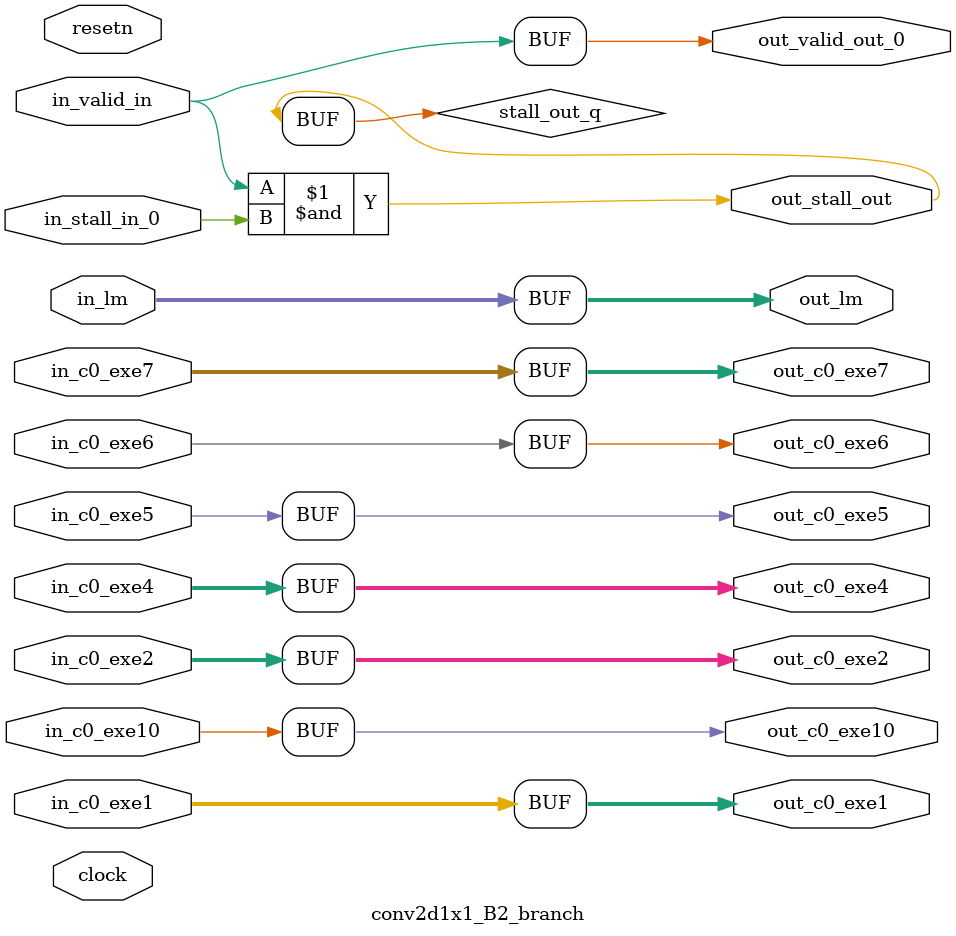
<source format=sv>



(* altera_attribute = "-name AUTO_SHIFT_REGISTER_RECOGNITION OFF; -name MESSAGE_DISABLE 10036; -name MESSAGE_DISABLE 10037; -name MESSAGE_DISABLE 14130; -name MESSAGE_DISABLE 14320; -name MESSAGE_DISABLE 15400; -name MESSAGE_DISABLE 14130; -name MESSAGE_DISABLE 10036; -name MESSAGE_DISABLE 12020; -name MESSAGE_DISABLE 12030; -name MESSAGE_DISABLE 12010; -name MESSAGE_DISABLE 12110; -name MESSAGE_DISABLE 14320; -name MESSAGE_DISABLE 13410; -name MESSAGE_DISABLE 113007; -name MESSAGE_DISABLE 10958" *)
module conv2d1x1_B2_branch (
    input wire [63:0] in_c0_exe1,
    input wire [0:0] in_c0_exe10,
    input wire [63:0] in_c0_exe2,
    input wire [31:0] in_c0_exe4,
    input wire [0:0] in_c0_exe5,
    input wire [0:0] in_c0_exe6,
    input wire [32:0] in_c0_exe7,
    input wire [31:0] in_lm,
    input wire [0:0] in_stall_in_0,
    input wire [0:0] in_valid_in,
    output wire [63:0] out_c0_exe1,
    output wire [0:0] out_c0_exe10,
    output wire [63:0] out_c0_exe2,
    output wire [31:0] out_c0_exe4,
    output wire [0:0] out_c0_exe5,
    output wire [0:0] out_c0_exe6,
    output wire [32:0] out_c0_exe7,
    output wire [31:0] out_lm,
    output wire [0:0] out_stall_out,
    output wire [0:0] out_valid_out_0,
    input wire clock,
    input wire resetn
    );

    wire [0:0] stall_out_q;


    // out_c0_exe1(GPOUT,12)
    assign out_c0_exe1 = in_c0_exe1;

    // out_c0_exe10(GPOUT,13)
    assign out_c0_exe10 = in_c0_exe10;

    // out_c0_exe2(GPOUT,14)
    assign out_c0_exe2 = in_c0_exe2;

    // out_c0_exe4(GPOUT,15)
    assign out_c0_exe4 = in_c0_exe4;

    // out_c0_exe5(GPOUT,16)
    assign out_c0_exe5 = in_c0_exe5;

    // out_c0_exe6(GPOUT,17)
    assign out_c0_exe6 = in_c0_exe6;

    // out_c0_exe7(GPOUT,18)
    assign out_c0_exe7 = in_c0_exe7;

    // out_lm(GPOUT,19)
    assign out_lm = in_lm;

    // stall_out(LOGICAL,22)
    assign stall_out_q = in_valid_in & in_stall_in_0;

    // out_stall_out(GPOUT,20)
    assign out_stall_out = stall_out_q;

    // out_valid_out_0(GPOUT,21)
    assign out_valid_out_0 = in_valid_in;

endmodule

</source>
